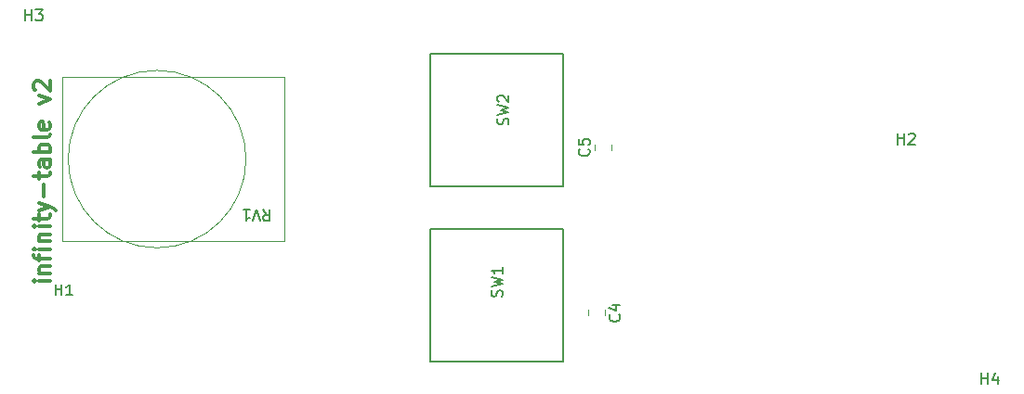
<source format=gbr>
G04 #@! TF.GenerationSoftware,KiCad,Pcbnew,(6.0.1)*
G04 #@! TF.CreationDate,2022-03-23T19:49:34+02:00*
G04 #@! TF.ProjectId,infinity-table-pcb,696e6669-6e69-4747-992d-7461626c652d,rev?*
G04 #@! TF.SameCoordinates,Original*
G04 #@! TF.FileFunction,Legend,Top*
G04 #@! TF.FilePolarity,Positive*
%FSLAX46Y46*%
G04 Gerber Fmt 4.6, Leading zero omitted, Abs format (unit mm)*
G04 Created by KiCad (PCBNEW (6.0.1)) date 2022-03-23 19:49:34*
%MOMM*%
%LPD*%
G01*
G04 APERTURE LIST*
%ADD10C,0.300000*%
%ADD11C,0.150000*%
%ADD12C,0.120000*%
G04 APERTURE END LIST*
D10*
X70071371Y-102325142D02*
X69071371Y-102325142D01*
X68571371Y-102325142D02*
X68642800Y-102396571D01*
X68714228Y-102325142D01*
X68642800Y-102253714D01*
X68571371Y-102325142D01*
X68714228Y-102325142D01*
X69071371Y-101610857D02*
X70071371Y-101610857D01*
X69214228Y-101610857D02*
X69142800Y-101539428D01*
X69071371Y-101396571D01*
X69071371Y-101182285D01*
X69142800Y-101039428D01*
X69285657Y-100968000D01*
X70071371Y-100968000D01*
X69071371Y-100468000D02*
X69071371Y-99896571D01*
X70071371Y-100253714D02*
X68785657Y-100253714D01*
X68642800Y-100182285D01*
X68571371Y-100039428D01*
X68571371Y-99896571D01*
X70071371Y-99396571D02*
X69071371Y-99396571D01*
X68571371Y-99396571D02*
X68642800Y-99468000D01*
X68714228Y-99396571D01*
X68642800Y-99325142D01*
X68571371Y-99396571D01*
X68714228Y-99396571D01*
X69071371Y-98682285D02*
X70071371Y-98682285D01*
X69214228Y-98682285D02*
X69142800Y-98610857D01*
X69071371Y-98468000D01*
X69071371Y-98253714D01*
X69142800Y-98110857D01*
X69285657Y-98039428D01*
X70071371Y-98039428D01*
X70071371Y-97325142D02*
X69071371Y-97325142D01*
X68571371Y-97325142D02*
X68642800Y-97396571D01*
X68714228Y-97325142D01*
X68642800Y-97253714D01*
X68571371Y-97325142D01*
X68714228Y-97325142D01*
X69071371Y-96825142D02*
X69071371Y-96253714D01*
X68571371Y-96610857D02*
X69857085Y-96610857D01*
X69999942Y-96539428D01*
X70071371Y-96396571D01*
X70071371Y-96253714D01*
X69071371Y-95896571D02*
X70071371Y-95539428D01*
X69071371Y-95182285D02*
X70071371Y-95539428D01*
X70428514Y-95682285D01*
X70499942Y-95753714D01*
X70571371Y-95896571D01*
X69499942Y-94610857D02*
X69499942Y-93468000D01*
X69071371Y-92968000D02*
X69071371Y-92396571D01*
X68571371Y-92753714D02*
X69857085Y-92753714D01*
X69999942Y-92682285D01*
X70071371Y-92539428D01*
X70071371Y-92396571D01*
X70071371Y-91253714D02*
X69285657Y-91253714D01*
X69142800Y-91325142D01*
X69071371Y-91468000D01*
X69071371Y-91753714D01*
X69142800Y-91896571D01*
X69999942Y-91253714D02*
X70071371Y-91396571D01*
X70071371Y-91753714D01*
X69999942Y-91896571D01*
X69857085Y-91968000D01*
X69714228Y-91968000D01*
X69571371Y-91896571D01*
X69499942Y-91753714D01*
X69499942Y-91396571D01*
X69428514Y-91253714D01*
X70071371Y-90539428D02*
X68571371Y-90539428D01*
X69142800Y-90539428D02*
X69071371Y-90396571D01*
X69071371Y-90110857D01*
X69142800Y-89968000D01*
X69214228Y-89896571D01*
X69357085Y-89825142D01*
X69785657Y-89825142D01*
X69928514Y-89896571D01*
X69999942Y-89968000D01*
X70071371Y-90110857D01*
X70071371Y-90396571D01*
X69999942Y-90539428D01*
X70071371Y-88968000D02*
X69999942Y-89110857D01*
X69857085Y-89182285D01*
X68571371Y-89182285D01*
X69999942Y-87825142D02*
X70071371Y-87968000D01*
X70071371Y-88253714D01*
X69999942Y-88396571D01*
X69857085Y-88468000D01*
X69285657Y-88468000D01*
X69142800Y-88396571D01*
X69071371Y-88253714D01*
X69071371Y-87968000D01*
X69142800Y-87825142D01*
X69285657Y-87753714D01*
X69428514Y-87753714D01*
X69571371Y-88468000D01*
X69071371Y-86110857D02*
X70071371Y-85753714D01*
X69071371Y-85396571D01*
X68714228Y-84896571D02*
X68642800Y-84825142D01*
X68571371Y-84682285D01*
X68571371Y-84325142D01*
X68642800Y-84182285D01*
X68714228Y-84110857D01*
X68857085Y-84039428D01*
X68999942Y-84039428D01*
X69214228Y-84110857D01*
X70071371Y-84968000D01*
X70071371Y-84039428D01*
D11*
X154940095Y-111704380D02*
X154940095Y-110704380D01*
X154940095Y-111180571D02*
X155511523Y-111180571D01*
X155511523Y-111704380D02*
X155511523Y-110704380D01*
X156416285Y-111037714D02*
X156416285Y-111704380D01*
X156178190Y-110656761D02*
X155940095Y-111371047D01*
X156559142Y-111371047D01*
X70561295Y-103610380D02*
X70561295Y-102610380D01*
X70561295Y-103086571D02*
X71132723Y-103086571D01*
X71132723Y-103610380D02*
X71132723Y-102610380D01*
X72132723Y-103610380D02*
X71561295Y-103610380D01*
X71847009Y-103610380D02*
X71847009Y-102610380D01*
X71751771Y-102753238D01*
X71656533Y-102848476D01*
X71561295Y-102896095D01*
X121925142Y-105388666D02*
X121972761Y-105436285D01*
X122020380Y-105579142D01*
X122020380Y-105674380D01*
X121972761Y-105817238D01*
X121877523Y-105912476D01*
X121782285Y-105960095D01*
X121591809Y-106007714D01*
X121448952Y-106007714D01*
X121258476Y-105960095D01*
X121163238Y-105912476D01*
X121068000Y-105817238D01*
X121020380Y-105674380D01*
X121020380Y-105579142D01*
X121068000Y-105436285D01*
X121115619Y-105388666D01*
X121353714Y-104531523D02*
X122020380Y-104531523D01*
X120972761Y-104769619D02*
X121687047Y-105007714D01*
X121687047Y-104388666D01*
X119149342Y-90270666D02*
X119196961Y-90318285D01*
X119244580Y-90461142D01*
X119244580Y-90556380D01*
X119196961Y-90699238D01*
X119101723Y-90794476D01*
X119006485Y-90842095D01*
X118816009Y-90889714D01*
X118673152Y-90889714D01*
X118482676Y-90842095D01*
X118387438Y-90794476D01*
X118292200Y-90699238D01*
X118244580Y-90556380D01*
X118244580Y-90461142D01*
X118292200Y-90318285D01*
X118339819Y-90270666D01*
X118244580Y-89365904D02*
X118244580Y-89842095D01*
X118720771Y-89889714D01*
X118673152Y-89842095D01*
X118625533Y-89746857D01*
X118625533Y-89508761D01*
X118673152Y-89413523D01*
X118720771Y-89365904D01*
X118816009Y-89318285D01*
X119054104Y-89318285D01*
X119149342Y-89365904D01*
X119196961Y-89413523D01*
X119244580Y-89508761D01*
X119244580Y-89746857D01*
X119196961Y-89842095D01*
X119149342Y-89889714D01*
X111809161Y-88023533D02*
X111856780Y-87880676D01*
X111856780Y-87642580D01*
X111809161Y-87547342D01*
X111761542Y-87499723D01*
X111666304Y-87452104D01*
X111571066Y-87452104D01*
X111475828Y-87499723D01*
X111428209Y-87547342D01*
X111380590Y-87642580D01*
X111332971Y-87833057D01*
X111285352Y-87928295D01*
X111237733Y-87975914D01*
X111142495Y-88023533D01*
X111047257Y-88023533D01*
X110952019Y-87975914D01*
X110904400Y-87928295D01*
X110856780Y-87833057D01*
X110856780Y-87594961D01*
X110904400Y-87452104D01*
X110856780Y-87118771D02*
X111856780Y-86880676D01*
X111142495Y-86690200D01*
X111856780Y-86499723D01*
X110856780Y-86261628D01*
X110952019Y-85928295D02*
X110904400Y-85880676D01*
X110856780Y-85785438D01*
X110856780Y-85547342D01*
X110904400Y-85452104D01*
X110952019Y-85404485D01*
X111047257Y-85356866D01*
X111142495Y-85356866D01*
X111285352Y-85404485D01*
X111856780Y-85975914D01*
X111856780Y-85356866D01*
X147320095Y-89834980D02*
X147320095Y-88834980D01*
X147320095Y-89311171D02*
X147891523Y-89311171D01*
X147891523Y-89834980D02*
X147891523Y-88834980D01*
X148320095Y-88930219D02*
X148367714Y-88882600D01*
X148462952Y-88834980D01*
X148701047Y-88834980D01*
X148796285Y-88882600D01*
X148843904Y-88930219D01*
X148891523Y-89025457D01*
X148891523Y-89120695D01*
X148843904Y-89263552D01*
X148272476Y-89834980D01*
X148891523Y-89834980D01*
X89495238Y-95813619D02*
X89828571Y-96289809D01*
X90066666Y-95813619D02*
X90066666Y-96813619D01*
X89685714Y-96813619D01*
X89590476Y-96766000D01*
X89542857Y-96718380D01*
X89495238Y-96623142D01*
X89495238Y-96480285D01*
X89542857Y-96385047D01*
X89590476Y-96337428D01*
X89685714Y-96289809D01*
X90066666Y-96289809D01*
X89209523Y-96813619D02*
X88876190Y-95813619D01*
X88542857Y-96813619D01*
X87685714Y-95813619D02*
X88257142Y-95813619D01*
X87971428Y-95813619D02*
X87971428Y-96813619D01*
X88066666Y-96670761D01*
X88161904Y-96575523D01*
X88257142Y-96527904D01*
X67818095Y-78532380D02*
X67818095Y-77532380D01*
X67818095Y-78008571D02*
X68389523Y-78008571D01*
X68389523Y-78532380D02*
X68389523Y-77532380D01*
X68770476Y-77532380D02*
X69389523Y-77532380D01*
X69056190Y-77913333D01*
X69199047Y-77913333D01*
X69294285Y-77960952D01*
X69341904Y-78008571D01*
X69389523Y-78103809D01*
X69389523Y-78341904D01*
X69341904Y-78437142D01*
X69294285Y-78484761D01*
X69199047Y-78532380D01*
X68913333Y-78532380D01*
X68818095Y-78484761D01*
X68770476Y-78437142D01*
X111250361Y-103746133D02*
X111297980Y-103603276D01*
X111297980Y-103365180D01*
X111250361Y-103269942D01*
X111202742Y-103222323D01*
X111107504Y-103174704D01*
X111012266Y-103174704D01*
X110917028Y-103222323D01*
X110869409Y-103269942D01*
X110821790Y-103365180D01*
X110774171Y-103555657D01*
X110726552Y-103650895D01*
X110678933Y-103698514D01*
X110583695Y-103746133D01*
X110488457Y-103746133D01*
X110393219Y-103698514D01*
X110345600Y-103650895D01*
X110297980Y-103555657D01*
X110297980Y-103317561D01*
X110345600Y-103174704D01*
X110297980Y-102841371D02*
X111297980Y-102603276D01*
X110583695Y-102412800D01*
X111297980Y-102222323D01*
X110297980Y-101984228D01*
X111297980Y-101079466D02*
X111297980Y-101650895D01*
X111297980Y-101365180D02*
X110297980Y-101365180D01*
X110440838Y-101460419D01*
X110536076Y-101555657D01*
X110583695Y-101650895D01*
D12*
X119153000Y-104960748D02*
X119153000Y-105483252D01*
X120623000Y-104960748D02*
X120623000Y-105483252D01*
X121207200Y-90365252D02*
X121207200Y-89842748D01*
X119737200Y-90365252D02*
X119737200Y-89842748D01*
D11*
X104724200Y-93675200D02*
X116814600Y-93675200D01*
X116814600Y-93675200D02*
X116814600Y-81584800D01*
X116814600Y-81584800D02*
X104724200Y-81584800D01*
X104724200Y-81584800D02*
X104724200Y-93675200D01*
D12*
X71221600Y-83693000D02*
X91440000Y-83693000D01*
X91440000Y-98679000D02*
X91440000Y-83693000D01*
X71221600Y-98679000D02*
X71221600Y-83693000D01*
X71221600Y-98679000D02*
X91440000Y-98679000D01*
X87934840Y-91185961D02*
G75*
G03*
X87934840Y-91185961I-8102640J0D01*
G01*
D11*
X116840000Y-109677200D02*
X116840000Y-97586800D01*
X104749600Y-109677200D02*
X116840000Y-109677200D01*
X116840000Y-97586800D02*
X104749600Y-97586800D01*
X104749600Y-97586800D02*
X104749600Y-109677200D01*
M02*

</source>
